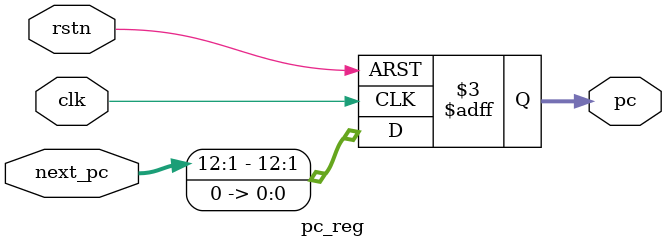
<source format=sv>
module pc_reg (
	input clk, rstn,
	input [12:0] next_pc,
	output logic [12:0] pc
);

	always_ff @ (posedge clk, negedge rstn)
		if (!rstn) pc = 0;
		else pc = {next_pc[12:1],1'b0};

endmodule
</source>
